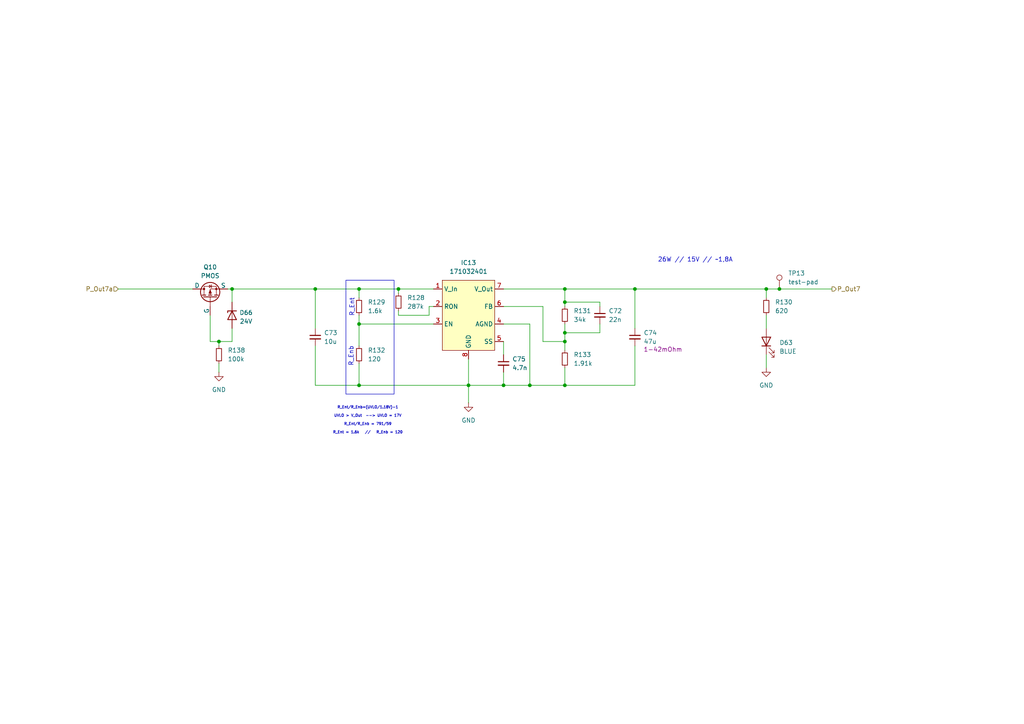
<source format=kicad_sch>
(kicad_sch (version 20231120) (generator "eeschema") (generator_version "8.0")
  (paper "A4")
  (title_block (title "PDU FT25") (date "2024-11-23") (rev "V1.1") (company "Janek Herm") (comment 1 "FaSTTUBe Electronics"))
  (lib_symbols
    (symbol "Connector:TestPoint" (pin_numbers hide) (pin_names (offset 0.762) hide)
      (property "Reference" "TP" (at 0 6.858 0))
      (property "Value" "TestPoint" (at 0 5.08 0))
      (symbol "TestPoint_0_1"
        (circle (center 0 3.302) (radius 0.762))
      )
      (symbol "TestPoint_1_1"
        (pin passive line (at 0 0 90) (length 2.54) (name "1") (number "1"))
      )
    )
    (symbol "Device:C_Small" (pin_numbers hide) (pin_names (offset 0.254) hide)
      (property "Reference" "C" (at 0.254 1.778 0))
      (property "Value" "C_Small" (at 0.254 -2.032 0))
      (symbol "C_Small_0_1"
        (polyline (pts (xy -1.524 -0.508) (xy 1.524 -0.508)) (stroke (width 0.3302)))
        (polyline (pts (xy -1.524 0.508) (xy 1.524 0.508)) (stroke (width 0.3048)))
      )
      (symbol "C_Small_1_1"
        (pin passive line (at 0 2.54 270) (length 2.032) (name "~") (number "1"))
        (pin passive line (at 0 -2.54 90) (length 2.032) (name "~") (number "2"))
      )
    )
    (symbol "Device:D_Zener" (pin_numbers hide) (pin_names (offset 1.016) hide)
      (property "Reference" "D" (at 0 2.54 0))
      (property "Value" "D_Zener" (at 0 -2.54 0))
      (symbol "D_Zener_0_1"
        (polyline (pts (xy 1.27 0) (xy -1.27 0)))
        (polyline (pts (xy -1.27 -1.27) (xy -1.27 1.27) (xy -0.762 1.27)) (stroke (width 0.254)))
        (polyline (pts (xy 1.27 -1.27) (xy 1.27 1.27) (xy -1.27 0) (xy 1.27 -1.27)) (stroke (width 0.254)))
      )
      (symbol "D_Zener_1_1"
        (pin passive line (at -3.81 0 0) (length 2.54) (name "K") (number "1"))
        (pin passive line (at 3.81 0 180) (length 2.54) (name "A") (number "2"))
      )
    )
    (symbol "Device:LED" (pin_numbers hide) (pin_names (offset 1.016) hide)
      (property "Reference" "D" (at 0 2.54 0))
      (property "Value" "LED" (at 0 -2.54 0))
      (symbol "LED_0_1"
        (polyline (pts (xy -1.27 -1.27) (xy -1.27 1.27)) (stroke (width 0.254)))
        (polyline (pts (xy -1.27 0) (xy 1.27 0)))
        (polyline (pts (xy 1.27 -1.27) (xy 1.27 1.27) (xy -1.27 0) (xy 1.27 -1.27)) (stroke (width 0.254)))
        (polyline (pts (xy -3.048 -0.762) (xy -4.572 -2.286) (xy -3.81 -2.286) (xy -4.572 -2.286) (xy -4.572 -1.524)))
        (polyline (pts (xy -1.778 -0.762) (xy -3.302 -2.286) (xy -2.54 -2.286) (xy -3.302 -2.286) (xy -3.302 -1.524)))
      )
      (symbol "LED_1_1"
        (pin passive line (at -3.81 0 0) (length 2.54) (name "K") (number "1"))
        (pin passive line (at 3.81 0 180) (length 2.54) (name "A") (number "2"))
      )
    )
    (symbol "Device:R_Small" (pin_numbers hide) (pin_names (offset 0.254) hide)
      (property "Reference" "R" (at 0.762 0.508 0))
      (property "Value" "R_Small" (at 0.762 -1.016 0))
      (symbol "R_Small_0_1"
        (rectangle (start -0.762 1.778) (end 0.762 -1.778) (stroke (width 0.2032)))
      )
      (symbol "R_Small_1_1"
        (pin passive line (at 0 2.54 270) (length 0.762) (name "~") (number "1"))
        (pin passive line (at 0 -2.54 90) (length 0.762) (name "~") (number "2"))
      )
    )
    (symbol "FaSTTUBe_Voltage_Regulators:171032401"
      (property "Reference" "IC" (at 0.254 8.636 0))
      (property "Value" "171032401" (at 0.508 6.604 0))
      (symbol "171032401_1_1"
        (rectangle (start -7.62 5.08) (end 7.62 -15.24) (fill (type background)))
        (pin passive line (at -10.16 2.54 0) (length 2.54) (name "V_In") (number "1"))
        (pin passive line (at -10.16 -2.54 0) (length 2.54) (name "RON") (number "2"))
        (pin passive line (at -10.16 -7.62 0) (length 2.54) (name "EN") (number "3"))
        (pin power_in line (at 10.16 -7.62 180) (length 2.54) (name "AGND") (number "4"))
        (pin passive line (at 10.16 -12.7 180) (length 2.54) (name "SS") (number "5"))
        (pin passive line (at 10.16 -2.54 180) (length 2.54) (name "FB") (number "6"))
        (pin power_out line (at 10.16 2.54 180) (length 2.54) (name "V_Out") (number "7"))
        (pin power_in line (at 0 -17.78 90) (length 2.54) (name "GND") (number "8"))
      )
    )
    (symbol "Simulation_SPICE:PMOS" (pin_numbers hide) (pin_names (offset 0))
      (property "Reference" "Q" (at 5.08 1.27 0))
      (property "Value" "PMOS" (at 5.08 -1.27 0))
      (symbol "PMOS_0_1"
        (polyline (pts (xy 0.254 0) (xy -2.54 0)))
        (polyline (pts (xy 0.254 1.905) (xy 0.254 -1.905)) (stroke (width 0.254)))
        (polyline (pts (xy 0.762 -1.27) (xy 0.762 -2.286)) (stroke (width 0.254)))
        (polyline (pts (xy 0.762 0.508) (xy 0.762 -0.508)) (stroke (width 0.254)))
        (polyline (pts (xy 0.762 2.286) (xy 0.762 1.27)) (stroke (width 0.254)))
        (polyline (pts (xy 2.54 2.54) (xy 2.54 1.778)))
        (polyline (pts (xy 2.54 -2.54) (xy 2.54 0) (xy 0.762 0)))
        (polyline (pts (xy 0.762 1.778) (xy 3.302 1.778) (xy 3.302 -1.778) (xy 0.762 -1.778)))
        (polyline (pts (xy 2.286 0) (xy 1.27 0.381) (xy 1.27 -0.381) (xy 2.286 0)) (fill (type outline)))
        (polyline (pts (xy 2.794 -0.508) (xy 2.921 -0.381) (xy 3.683 -0.381) (xy 3.81 -0.254)))
        (polyline (pts (xy 3.302 -0.381) (xy 2.921 0.254) (xy 3.683 0.254) (xy 3.302 -0.381)))
        (circle (center 1.651 0) (radius 2.794) (stroke (width 0.254)))
        (circle (center 2.54 -1.778) (radius 0.254) (fill (type outline)))
        (circle (center 2.54 1.778) (radius 0.254) (fill (type outline)))
      )
      (symbol "PMOS_1_1"
        (pin passive line (at 2.54 5.08 270) (length 2.54) (name "D") (number "1"))
        (pin input line (at -5.08 0 0) (length 2.54) (name "G") (number "2"))
        (pin passive line (at 2.54 -5.08 90) (length 2.54) (name "S") (number "3"))
      )
    )
    (symbol "power:GND" (power) (pin_numbers hide) (pin_names (offset 0) hide)
      (property "Value" "GND" (at 0 -3.81 0))
      (symbol "GND_0_1"
        (polyline (pts (xy 0 0) (xy 0 -1.27) (xy 1.27 -1.27) (xy 0 -2.54) (xy -1.27 -1.27) (xy 0 -1.27)))
      )
      (symbol "GND_1_1"
        (pin power_in line (at 0 0 270) (length 0) (name "~") (number "1"))
      )
    )
  )
  (junction (at 184.15 83.82))
  (junction (at 163.83 111.76))
  (junction (at 163.83 87.63))
  (junction (at 222.25 83.82))
  (junction (at 104.14 111.76))
  (junction (at 163.83 83.82))
  (junction (at 153.67 111.76))
  (junction (at 115.57 83.82))
  (junction (at 163.83 96.52))
  (junction (at 104.14 93.98))
  (junction (at 163.83 99.06))
  (junction (at 226.06 83.82))
  (junction (at 91.44 83.82))
  (junction (at 135.89 111.76))
  (junction (at 104.14 83.82))
  (junction (at 63.5 99.06))
  (junction (at 67.31 83.82))
  (junction (at 146.05 111.76))
  (wire (pts (xy 104.14 83.82) (xy 104.14 86.36)))
  (wire (pts (xy 146.05 88.9) (xy 157.48 88.9)))
  (wire (pts (xy 222.25 102.87) (xy 222.25 106.68)))
  (wire (pts (xy 104.14 93.98) (xy 125.73 93.98)))
  (wire (pts (xy 163.83 106.68) (xy 163.83 111.76)))
  (wire (pts (xy 146.05 111.76) (xy 135.89 111.76)))
  (wire (pts (xy 124.46 91.44) (xy 124.46 88.9)))
  (wire (pts (xy 184.15 100.33) (xy 184.15 111.76)))
  (wire (pts (xy 163.83 99.06) (xy 163.83 101.6)))
  (wire (pts (xy 91.44 111.76) (xy 104.14 111.76)))
  (wire (pts (xy 153.67 111.76) (xy 163.83 111.76)))
  (wire (pts (xy 115.57 91.44) (xy 124.46 91.44)))
  (wire (pts (xy 146.05 93.98) (xy 153.67 93.98)))
  (wire (pts (xy 104.14 111.76) (xy 135.89 111.76)))
  (wire (pts (xy 163.83 83.82) (xy 184.15 83.82)))
  (wire (pts (xy 153.67 93.98) (xy 153.67 111.76)))
  (wire (pts (xy 157.48 99.06) (xy 163.83 99.06)))
  (wire (pts (xy 163.83 96.52) (xy 163.83 99.06)))
  (wire (pts (xy 146.05 111.76) (xy 153.67 111.76)))
  (wire (pts (xy 222.25 83.82) (xy 226.06 83.82)))
  (wire (pts (xy 163.83 87.63) (xy 173.99 87.63)))
  (wire (pts (xy 222.25 91.44) (xy 222.25 95.25)))
  (wire (pts (xy 60.96 91.44) (xy 60.96 99.06)))
  (wire (pts (xy 115.57 83.82) (xy 125.73 83.82)))
  (wire (pts (xy 135.89 111.76) (xy 135.89 116.84)))
  (wire (pts (xy 226.06 83.82) (xy 241.3 83.82)))
  (wire (pts (xy 66.04 83.82) (xy 67.31 83.82)))
  (wire (pts (xy 124.46 88.9) (xy 125.73 88.9)))
  (wire (pts (xy 146.05 99.06) (xy 146.05 102.87)))
  (wire (pts (xy 173.99 96.52) (xy 163.83 96.52)))
  (wire (pts (xy 34.29 83.82) (xy 55.88 83.82)))
  (wire (pts (xy 63.5 105.41) (xy 63.5 107.95)))
  (wire (pts (xy 67.31 83.82) (xy 67.31 87.63)))
  (wire (pts (xy 146.05 107.95) (xy 146.05 111.76)))
  (wire (pts (xy 163.83 87.63) (xy 163.83 88.9)))
  (wire (pts (xy 104.14 105.41) (xy 104.14 111.76)))
  (wire (pts (xy 104.14 91.44) (xy 104.14 93.98)))
  (wire (pts (xy 67.31 83.82) (xy 91.44 83.82)))
  (wire (pts (xy 63.5 100.33) (xy 63.5 99.06)))
  (wire (pts (xy 115.57 83.82) (xy 115.57 85.09)))
  (wire (pts (xy 222.25 83.82) (xy 222.25 86.36)))
  (wire (pts (xy 184.15 83.82) (xy 222.25 83.82)))
  (wire (pts (xy 104.14 83.82) (xy 115.57 83.82)))
  (wire (pts (xy 163.83 93.98) (xy 163.83 96.52)))
  (wire (pts (xy 163.83 111.76) (xy 184.15 111.76)))
  (wire (pts (xy 67.31 95.25) (xy 67.31 99.06)))
  (wire (pts (xy 173.99 93.98) (xy 173.99 96.52)))
  (wire (pts (xy 67.31 99.06) (xy 63.5 99.06)))
  (wire (pts (xy 173.99 87.63) (xy 173.99 88.9)))
  (wire (pts (xy 91.44 83.82) (xy 104.14 83.82)))
  (wire (pts (xy 135.89 104.14) (xy 135.89 111.76)))
  (wire (pts (xy 184.15 83.82) (xy 184.15 95.25)))
  (wire (pts (xy 115.57 91.44) (xy 115.57 90.17)))
  (wire (pts (xy 60.96 99.06) (xy 63.5 99.06)))
  (wire (pts (xy 91.44 100.33) (xy 91.44 111.76)))
  (wire (pts (xy 104.14 93.98) (xy 104.14 100.33)))
  (wire (pts (xy 91.44 83.82) (xy 91.44 95.25)))
  (wire (pts (xy 157.48 88.9) (xy 157.48 99.06)))
  (wire (pts (xy 163.83 83.82) (xy 163.83 87.63)))
  (wire (pts (xy 146.05 83.82) (xy 163.83 83.82)))
  (rectangle (start 100.33 81.28) (end 114.3 114.3))
  (text "R_Ent" (at 102.108 89.154 90) (effects (font (size 1.27 1.27))))
  (text "R_Ent/R_Enb=(UVLO/1.18V)-1\n\nUVLO > V_Out  --> UVLO = 17V\n\nR_Ent/R_Enb = 791/59\n\nR_Ent = 1.6k   //   R_Enb = 120" (at 106.68 117.856 0) (effects (font (size 0.75 0.75)) (justify top)))
  (text "26W // 15V // ~1,8A" (at 201.676 75.438 0) (effects (font (size 1.27 1.27))))
  (text "R_Enb" (at 101.854 103.378 90) (effects (font (size 1.27 1.27))))
  (hierarchical_label "P_Out7" (shape output) (at 241.3 83.82 0))
  (hierarchical_label "P_Out7a" (shape input) (at 34.29 83.82 180))
  (symbol (lib_id "Device:R_Small") (at 163.83 104.14 0) (unit 1)
    (property "Reference" "R133" (at 166.37 102.8699 0) (effects (justify left)))
    (property "Value" "1.91k" (at 166.37 105.4099 0) (effects (justify left)))
    (property "Footprint" "Resistor_SMD:R_0805_2012Metric_Pad1.20x1.40mm_HandSolder" (effects (hide yes)))
    (property "Description" "Resistor, small symbol" (effects (hide yes)))
  )
  (symbol (lib_id "Device:D_Zener") (at 67.31 91.44 90) (mirror x) (unit 1)
    (property "Reference" "D66" (at 71.374 90.678 90))
    (property "Value" "24V" (at 71.374 93.218 90))
    (property "Footprint" "3SMAJ5934B-TP:DIOM5226X244N" (effects (hide yes)))
    (property "Datasheet" "https://www.mouser.de/datasheet/2/258/3SMAJ5918B_3SMAJ5956B_SMA_-3423242.pdf" (effects (hide yes)))
    (property "Description" "Zener diode" (effects (hide yes)))
    (property "MPR" "3SMAJ5934B-TP" (effects (hide yes)))
  )
  (symbol (lib_id "power:GND") (at 63.5 107.95 0) (unit 1)
    (property "Reference" "#PWR0197" (effects (hide yes)))
    (property "Value" "GND" (at 63.5 113.03 0))
    (property "Description" "Power symbol creates a global label with name \"GND\" , ground" (effects (hide yes)))
  )
  (symbol (lib_id "Device:C_Small") (at 91.44 97.79 0) (unit 1)
    (property "Reference" "C73" (at 93.98 96.5262 0) (effects (justify left)))
    (property "Value" "10u" (at 93.98 99.0662 0) (effects (justify left)))
    (property "Footprint" "Capacitor_SMD:C_1206_3216Metric_Pad1.33x1.80mm_HandSolder" (effects (hide yes)))
    (property "Description" "Unpolarized capacitor, small symbol" (effects (hide yes)))
  )
  (symbol (lib_id "FaSTTUBe_Voltage_Regulators:171032401") (at 135.89 86.36 0) (unit 1)
    (property "Reference" "IC13" (at 135.89 76.2 0))
    (property "Value" "171032401" (at 135.89 78.74 0))
    (property "Footprint" "173010342:173010342" (effects (hide yes)))
    (property "Datasheet" "https://www.we-online.com/components/products/datasheet/171032401.pdf" (effects (hide yes)))
  )
  (symbol (lib_id "power:GND") (at 222.25 106.68 0) (unit 1)
    (property "Reference" "#PWR0191" (effects (hide yes)))
    (property "Value" "GND" (at 222.25 111.76 0))
    (property "Description" "Power symbol creates a global label with name \"GND\" , ground" (effects (hide yes)))
  )
  (symbol (lib_id "Device:R_Small") (at 63.5 102.87 0) (unit 1)
    (property "Reference" "R138" (at 66.04 101.5999 0) (effects (justify left)))
    (property "Value" "100k" (at 66.04 104.1399 0) (effects (justify left)))
    (property "Description" "Resistor, small symbol" (effects (hide yes)))
  )
  (symbol (lib_id "power:GND") (at 135.89 116.84 0) (unit 1)
    (property "Reference" "#PWR0192" (effects (hide yes)))
    (property "Value" "GND" (at 135.89 121.92 0))
    (property "Description" "Power symbol creates a global label with name \"GND\" , ground" (effects (hide yes)))
  )
  (symbol (lib_id "Device:R_Small") (at 104.14 88.9 0) (unit 1)
    (property "Reference" "R129" (at 106.68 87.6299 0) (effects (justify left)))
    (property "Value" "1.6k" (at 106.68 90.1699 0) (effects (justify left)))
    (property "Footprint" "Resistor_SMD:R_0805_2012Metric_Pad1.20x1.40mm_HandSolder" (effects (hide yes)))
    (property "Description" "Resistor, small symbol" (effects (hide yes)))
  )
  (symbol (lib_id "Device:R_Small") (at 222.25 88.9 0) (unit 1)
    (property "Reference" "R130" (at 224.79 87.6299 0) (effects (justify left)))
    (property "Value" "620" (at 224.79 90.1699 0) (effects (justify left)))
    (property "Footprint" "Resistor_SMD:R_0603_1608Metric_Pad0.98x0.95mm_HandSolder" (effects (hide yes)))
    (property "Description" "Resistor, small symbol" (effects (hide yes)))
  )
  (symbol (lib_id "Device:C_Small") (at 184.15 97.79 0) (unit 1)
    (property "Reference" "C74" (at 186.69 96.5262 0) (effects (justify left)))
    (property "Value" "47u" (at 186.69 99.0662 0) (effects (justify left)))
    (property "Footprint" "Capacitor_SMD:C_1206_3216Metric_Pad1.33x1.80mm_HandSolder" (effects (hide yes)))
    (property "Description" "Unpolarized capacitor, small symbol" (effects (hide yes)))
    (property "Resistance" "1-42mOhm" (at 192.278 101.346 0))
  )
  (symbol (lib_id "Device:R_Small") (at 104.14 102.87 0) (unit 1)
    (property "Reference" "R132" (at 106.68 101.5999 0) (effects (justify left)))
    (property "Value" "120" (at 106.68 104.1399 0) (effects (justify left)))
    (property "Footprint" "Resistor_SMD:R_0805_2012Metric_Pad1.20x1.40mm_HandSolder" (effects (hide yes)))
    (property "Description" "Resistor, small symbol" (effects (hide yes)))
  )
  (symbol (lib_id "Device:C_Small") (at 173.99 91.44 0) (unit 1)
    (property "Reference" "C72" (at 176.53 90.1762 0) (effects (justify left)))
    (property "Value" "22n" (at 176.53 92.7162 0) (effects (justify left)))
    (property "Footprint" "Capacitor_SMD:C_0805_2012Metric_Pad1.18x1.45mm_HandSolder" (effects (hide yes)))
    (property "Description" "Unpolarized capacitor, small symbol" (effects (hide yes)))
  )
  (symbol (lib_id "Device:R_Small") (at 163.83 91.44 0) (unit 1)
    (property "Reference" "R131" (at 166.37 90.1699 0) (effects (justify left)))
    (property "Value" "34k" (at 166.37 92.7099 0) (effects (justify left)))
    (property "Footprint" "Resistor_SMD:R_0805_2012Metric_Pad1.20x1.40mm_HandSolder" (effects (hide yes)))
    (property "Description" "Resistor, small symbol" (effects (hide yes)))
  )
  (symbol (lib_id "Device:C_Small") (at 146.05 105.41 0) (unit 1)
    (property "Reference" "C75" (at 148.59 104.1462 0) (effects (justify left)))
    (property "Value" "4.7n" (at 148.59 106.6862 0) (effects (justify left)))
    (property "Footprint" "Capacitor_SMD:C_0805_2012Metric_Pad1.18x1.45mm_HandSolder" (effects (hide yes)))
    (property "Description" "Unpolarized capacitor, small symbol" (effects (hide yes)))
  )
  (symbol (lib_id "Device:LED") (at 222.25 99.06 90) (unit 1)
    (property "Reference" "D63" (at 226.06 99.3774 90) (effects (justify right)))
    (property "Value" "BLUE" (at 226.06 101.9174 90) (effects (justify right)))
    (property "Footprint" "Resistor_SMD:R_0603_1608Metric_Pad0.98x0.95mm_HandSolder" (effects (hide yes)))
    (property "Datasheet" "https://www.we-online.com/components/products/datasheet/150040BS73220.pdf" (effects (hide yes)))
    (property "Description" "Light emitting diode" (effects (hide yes)))
    (property "MPR" "150040BS73220" (effects (hide yes)))
  )
  (symbol (lib_id "Connector:TestPoint") (at 226.06 83.82 0) (unit 1)
    (property "Reference" "TP13" (at 228.6 79.2479 0) (effects (justify left)))
    (property "Value" "test-pad" (at 228.6 81.7879 0) (effects (justify left)))
    (property "Description" "test point" (effects (hide yes)))
  )
  (symbol (lib_id "Simulation_SPICE:PMOS") (at 60.96 86.36 90) (unit 1)
    (property "Reference" "Q10" (at 60.96 77.47 90))
    (property "Value" "PMOS" (at 60.96 80.01 90))
    (property "Datasheet" "https://ngspice.sourceforge.io/docs/ngspice-html-manual/manual.xhtml#cha_MOSFETs" (effects (hide yes)))
    (property "Description" "P-MOSFET transistor, drain/source/gate" (effects (hide yes)))
    (property "Sim.Device" "PMOS" (effects (hide yes)))
    (property "Sim.Type" "VDMOS" (effects (hide yes)))
    (property "Sim.Pins" "1=D 2=G 3=S" (effects (hide yes)))
  )
  (symbol (lib_id "Device:R_Small") (at 115.57 87.63 0) (unit 1)
    (property "Reference" "R128" (at 118.11 86.3599 0) (effects (justify left)))
    (property "Value" "287k" (at 118.11 88.8999 0) (effects (justify left)))
    (property "Footprint" "Resistor_SMD:R_0805_2012Metric_Pad1.20x1.40mm_HandSolder" (effects (hide yes)))
    (property "Description" "Resistor, small symbol" (effects (hide yes)))
  )
)
</source>
